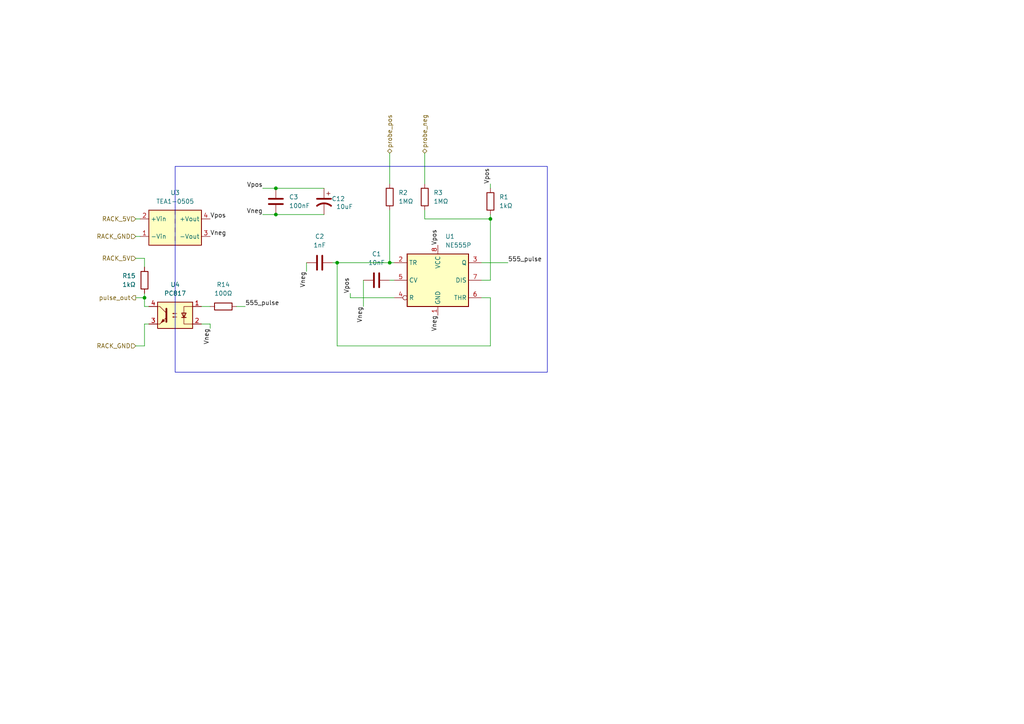
<source format=kicad_sch>
(kicad_sch (version 20250114) (generator "eeschema") (generator_version "9.0")
  (paper "A4")
  (title_block (title "Biodata") (date "2025-08-07") (rev "v0.1") (company "Free Modular"))
  (lib_symbols
    (symbol "Converter_DCDC:TEA1-0505"
      (property "Reference" "U" (at -7.62 6.35 0))
      (property "Value" "TEA1-0505" (at -2.54 6.35 0))
      (symbol "TEA1-0505_0_0"
        (pin power_in line (at -10.16 2.54 0) (length 2.54) (name "+Vin") (number "2"))
        (pin power_in line (at -10.16 -2.54 0) (length 2.54) (name "-Vin") (number "1"))
        (pin power_out line (at 10.16 2.54 180) (length 2.54) (name "+Vout") (number "4"))
        (pin power_out line (at 10.16 -2.54 180) (length 2.54) (name "-Vout") (number "3"))
      )
      (symbol "TEA1-0505_0_1"
        (rectangle (start -7.62 5.08) (end 7.62 -5.08) (stroke (width 0.254)) (fill (type background)))
        (polyline (pts (xy 0 5.08) (xy 0 3.81)))
        (polyline (pts (xy 0 2.54) (xy 0 1.27)))
        (polyline (pts (xy 0 0) (xy 0 -1.27)))
        (polyline (pts (xy 0 -2.54) (xy 0 -3.81)))
      )
    )
    (symbol "Device:C" (pin_numbers (hide yes)) (pin_names (offset 0.254))
      (property "Reference" "C" (at 0.635 2.54 0))
      (property "Value" "C" (at 0.635 -2.54 0))
      (symbol "C_0_1"
        (polyline (pts (xy -2.032 0.762) (xy 2.032 0.762)) (stroke (width 0.508)))
        (polyline (pts (xy -2.032 -0.762) (xy 2.032 -0.762)) (stroke (width 0.508)))
      )
      (symbol "C_1_1"
        (pin passive line (at 0 3.81 270) (length 2.794) (name "~") (number "1"))
        (pin passive line (at 0 -3.81 90) (length 2.794) (name "~") (number "2"))
      )
    )
    (symbol "Device:C_Polarized_US" (pin_numbers (hide yes)) (pin_names (offset 0.254) (hide yes))
      (property "Reference" "C" (at 0.635 2.54 0))
      (property "Value" "C_Polarized_US" (at 0.635 -2.54 0))
      (symbol "C_Polarized_US_0_1"
        (polyline (pts (xy -2.032 0.762) (xy 2.032 0.762)) (stroke (width 0.508)))
        (polyline (pts (xy -1.778 2.286) (xy -0.762 2.286)))
        (polyline (pts (xy -1.27 1.778) (xy -1.27 2.794)))
        (arc (start -2.032 -1.27) (mid 0 -0.5572) (end 2.032 -1.27) (stroke (width 0.508)))
      )
      (symbol "C_Polarized_US_1_1"
        (pin passive line (at 0 3.81 270) (length 2.794) (name "~") (number "1"))
        (pin passive line (at 0 -3.81 90) (length 3.302) (name "~") (number "2"))
      )
    )
    (symbol "Device:R" (pin_numbers (hide yes)) (pin_names (offset 0))
      (property "Reference" "R" (at 2.032 0 90))
      (property "Value" "R" (at 0 0 90))
      (symbol "R_0_1"
        (rectangle (start -1.016 -2.54) (end 1.016 2.54) (stroke (width 0.254)))
      )
      (symbol "R_1_1"
        (pin passive line (at 0 3.81 270) (length 1.27) (name "~") (number "1"))
        (pin passive line (at 0 -3.81 90) (length 1.27) (name "~") (number "2"))
      )
    )
    (symbol "Isolator:PC817" (pin_names (offset 1.016))
      (property "Reference" "U" (at -5.08 5.08 0))
      (property "Value" "PC817" (at 0 5.08 0))
      (symbol "PC817_0_1"
        (rectangle (start -5.08 3.81) (end 5.08 -3.81) (stroke (width 0.254)) (fill (type background)))
        (polyline (pts (xy -5.08 2.54) (xy -2.54 2.54) (xy -2.54 -0.635)))
        (polyline (pts (xy -3.175 -0.635) (xy -1.905 -0.635)) (stroke (width 0.254)))
        (polyline (pts (xy -2.54 -0.635) (xy -2.54 -2.54) (xy -5.08 -2.54)))
        (polyline (pts (xy -2.54 -0.635) (xy -3.175 0.635) (xy -1.905 0.635) (xy -2.54 -0.635)) (stroke (width 0.254)))
        (polyline (pts (xy -0.508 0.508) (xy 0.762 0.508) (xy 0.381 0.381) (xy 0.381 0.635) (xy 0.762 0.508)))
        (polyline (pts (xy -0.508 -0.508) (xy 0.762 -0.508) (xy 0.381 -0.635) (xy 0.381 -0.381) (xy 0.762 -0.508)))
        (polyline (pts (xy 2.54 1.905) (xy 2.54 -1.905)) (stroke (width 0.508)))
        (polyline (pts (xy 2.54 0.635) (xy 4.445 2.54)))
        (polyline (pts (xy 3.048 -1.651) (xy 3.556 -1.143) (xy 4.064 -2.159) (xy 3.048 -1.651)) (fill (type outline)))
        (polyline (pts (xy 4.445 2.54) (xy 5.08 2.54)))
        (polyline (pts (xy 4.445 -2.54) (xy 2.54 -0.635)) (fill (type outline)))
        (polyline (pts (xy 4.445 -2.54) (xy 5.08 -2.54)))
      )
      (symbol "PC817_1_1"
        (pin passive line (at -7.62 2.54 0) (length 2.54) (name "~") (number "1"))
        (pin passive line (at -7.62 -2.54 0) (length 2.54) (name "~") (number "2"))
        (pin passive line (at 7.62 2.54 180) (length 2.54) (name "~") (number "4"))
        (pin passive line (at 7.62 -2.54 180) (length 2.54) (name "~") (number "3"))
      )
    )
    (symbol "Timer:NE555P"
      (property "Reference" "U" (at -10.16 8.89 0))
      (property "Value" "NE555P" (at 2.54 8.89 0))
      (symbol "NE555P_0_0"
        (pin power_in line (at 0 10.16 270) (length 2.54) (name "VCC") (number "8"))
        (pin power_in line (at 0 -10.16 90) (length 2.54) (name "GND") (number "1"))
      )
      (symbol "NE555P_0_1"
        (rectangle (start -8.89 -7.62) (end 8.89 7.62) (stroke (width 0.254)) (fill (type background)))
        (rectangle (start -8.89 -7.62) (end 8.89 7.62) (stroke (width 0.254)) (fill (type background)))
      )
      (symbol "NE555P_1_1"
        (pin input line (at -12.7 5.08 0) (length 3.81) (name "TR") (number "2"))
        (pin input line (at -12.7 0 0) (length 3.81) (name "CV") (number "5"))
        (pin input inverted (at -12.7 -5.08 0) (length 3.81) (name "R") (number "4"))
        (pin output line (at 12.7 5.08 180) (length 3.81) (name "Q") (number "3"))
        (pin input line (at 12.7 0 180) (length 3.81) (name "DIS") (number "7"))
        (pin input line (at 12.7 -5.08 180) (length 3.81) (name "THR") (number "6"))
      )
    )
  )
  (rectangle (start 50.8 48.26) (end 158.75 107.95))
  (junction (at 80.01 62.23))
  (junction (at 41.91 86.36))
  (junction (at 97.79 76.2))
  (junction (at 80.01 54.61))
  (junction (at 113.03 76.2))
  (junction (at 142.24 63.5))
  (wire (pts (xy 139.7 81.28) (xy 142.24 81.28)))
  (wire (pts (xy 41.91 77.47) (xy 41.91 74.93)))
  (wire (pts (xy 39.37 68.58) (xy 40.64 68.58)))
  (wire (pts (xy 142.24 53.34) (xy 142.24 54.61)))
  (wire (pts (xy 113.03 44.45) (xy 113.03 53.34)))
  (wire (pts (xy 96.52 76.2) (xy 97.79 76.2)))
  (wire (pts (xy 71.12 88.9) (xy 68.58 88.9)))
  (wire (pts (xy 142.24 86.36) (xy 139.7 86.36)))
  (wire (pts (xy 97.79 100.33) (xy 142.24 100.33)))
  (wire (pts (xy 76.2 54.61) (xy 80.01 54.61)))
  (wire (pts (xy 113.03 60.96) (xy 113.03 76.2)))
  (wire (pts (xy 142.24 62.23) (xy 142.24 63.5)))
  (wire (pts (xy 113.03 81.28) (xy 114.3 81.28)))
  (wire (pts (xy 60.96 88.9) (xy 58.42 88.9)))
  (wire (pts (xy 142.24 100.33) (xy 142.24 86.36)))
  (wire (pts (xy 39.37 63.5) (xy 40.64 63.5)))
  (wire (pts (xy 88.9 76.2) (xy 88.9 78.74)))
  (wire (pts (xy 80.01 62.23) (xy 93.98 62.23)))
  (wire (pts (xy 41.91 88.9) (xy 43.18 88.9)))
  (wire (pts (xy 60.96 93.98) (xy 58.42 93.98)))
  (wire (pts (xy 41.91 86.36) (xy 41.91 88.9)))
  (wire (pts (xy 39.37 86.36) (xy 41.91 86.36)))
  (wire (pts (xy 41.91 85.09) (xy 41.91 86.36)))
  (wire (pts (xy 97.79 76.2) (xy 97.79 100.33)))
  (wire (pts (xy 123.19 63.5) (xy 142.24 63.5)))
  (wire (pts (xy 41.91 93.98) (xy 43.18 93.98)))
  (wire (pts (xy 123.19 44.45) (xy 123.19 53.34)))
  (wire (pts (xy 105.41 81.28) (xy 105.41 88.9)))
  (wire (pts (xy 101.6 85.09) (xy 101.6 86.36)))
  (wire (pts (xy 41.91 74.93) (xy 39.37 74.93)))
  (wire (pts (xy 113.03 76.2) (xy 97.79 76.2)))
  (wire (pts (xy 123.19 60.96) (xy 123.19 63.5)))
  (wire (pts (xy 60.96 93.98) (xy 60.96 95.25)))
  (wire (pts (xy 114.3 76.2) (xy 113.03 76.2)))
  (wire (pts (xy 41.91 100.33) (xy 41.91 93.98)))
  (wire (pts (xy 76.2 62.23) (xy 80.01 62.23)))
  (wire (pts (xy 114.3 86.36) (xy 101.6 86.36)))
  (wire (pts (xy 39.37 100.33) (xy 41.91 100.33)))
  (wire (pts (xy 139.7 76.2) (xy 147.32 76.2)))
  (wire (pts (xy 80.01 54.61) (xy 93.98 54.61)))
  (wire (pts (xy 142.24 63.5) (xy 142.24 81.28)))
  (label "555_pulse" (at 147.32 76.2 0))
  (label "Vpos" (at 76.2 54.61 180))
  (label "Vneg" (at 76.2 62.23 180))
  (label "Vpos" (at 60.96 63.5 0))
  (label "Vneg" (at 127 91.44 270))
  (label "555_pulse" (at 71.12 88.9 0))
  (label "Vneg" (at 60.96 95.25 270))
  (label "Vneg" (at 60.96 68.58 0))
  (label "Vpos" (at 101.6 85.09 90))
  (label "Vneg" (at 105.41 88.9 270))
  (label "Vpos" (at 127 71.12 90))
  (label "Vneg" (at 88.9 78.74 270))
  (label "Vpos" (at 142.24 53.34 90))
  (hierarchical_label "RACK_5V" (shape input) (at 39.37 63.5 180))
  (hierarchical_label "pulse_out" (shape output) (at 39.37 86.36 180))
  (hierarchical_label "RACK_GND" (shape input) (at 39.37 68.58 180))
  (hierarchical_label "probe_pos" (shape bidirectional) (at 113.03 44.45 90))
  (hierarchical_label "RACK_GND" (shape input) (at 39.37 100.33 180))
  (hierarchical_label "RACK_5V" (shape input) (at 39.37 74.93 180))
  (hierarchical_label "probe_neg" (shape bidirectional) (at 123.19 44.45 90))
  (symbol (lib_id "Device:R") (at 142.24 58.42 0) (unit 1)
    (property "Reference" "R1" (at 144.78 57.1499 0) (effects (justify left)))
    (property "Value" "1kΩ" (at 144.78 59.6899 0) (effects (justify left)))
    (property "Footprint" "Resistor_THT:R_Axial_DIN0207_L6.3mm_D2.5mm_P10.16mm_Horizontal" (effects (hide yes)))
    (property "Description" "Resistor" (effects (hide yes)))
  )
  (symbol (lib_id "Timer:NE555P") (at 127 81.28 0) (unit 1)
    (property "Reference" "U1" (at 129.1433 68.58 0) (effects (justify left)))
    (property "Value" "NE555P" (at 129.1433 71.12 0) (effects (justify left)))
    (property "Footprint" "Package_DIP:DIP-8_W7.62mm" (effects (hide yes)))
    (property "Datasheet" "http://www.ti.com/lit/ds/symlink/ne555.pdf" (effects (hide yes)))
    (property "Description" "Precision Timers, 555 compatible,  PDIP-8" (effects (hide yes)))
  )
  (symbol (lib_id "Converter_DCDC:TEA1-0505") (at 50.8 66.04 0) (unit 1)
    (property "Reference" "U3" (at 50.8 55.88 0))
    (property "Value" "TEA1-0505" (at 50.8 58.42 0))
    (property "Footprint" "Converter_DCDC:Converter_DCDC_TRACO_TEA1-xxxx_THT" (effects (hide yes)))
    (property "Datasheet" "https://www.tracopower.com/products/tea1.pdf" (effects (hide yes)))
    (property "Description" "1W DC/DC converter unregulated, 4.5-5.5V input, 5V output voltage, 200mA output, 1.5kVDC isolation, SIP-4" (effects (hide yes)))
  )
  (symbol (lib_id "Isolator:PC817") (at 50.8 91.44 0) (mirror y) (unit 1)
    (property "Reference" "U4" (at 50.8 82.55 0))
    (property "Value" "PC817" (at 50.8 85.09 0))
    (property "Footprint" "Package_DIP:DIP-4_W7.62mm" (effects (hide yes)))
    (property "Datasheet" "http://www.soselectronic.cz/a_info/resource/d/pc817.pdf" (effects (hide yes)))
    (property "Description" "DC Optocoupler, Vce 35V, CTR 50-300%, DIP-4" (effects (hide yes)))
  )
  (symbol (lib_id "Device:C") (at 80.01 58.42 180) (unit 1)
    (property "Reference" "C3" (at 83.82 57.1499 0) (effects (justify right)))
    (property "Value" "100nF" (at 83.82 59.6899 0) (effects (justify right)))
    (property "Footprint" "Capacitor_THT:C_Disc_D4.7mm_W2.5mm_P5.00mm" (effects (hide yes)))
    (property "Description" "Unpolarized capacitor" (effects (hide yes)))
  )
  (symbol (lib_id "Device:R") (at 64.77 88.9 90) (unit 1)
    (property "Reference" "R14" (at 64.77 82.55 90))
    (property "Value" "100Ω" (at 64.77 85.09 90))
    (property "Footprint" "Resistor_THT:R_Axial_DIN0207_L6.3mm_D2.5mm_P10.16mm_Horizontal" (effects (hide yes)))
    (property "Description" "Resistor" (effects (hide yes)))
  )
  (symbol (lib_id "Device:C_Polarized_US") (at 93.98 58.42 0) (mirror y) (unit 1)
    (property "Reference" "C12" (at 100.076 57.658 0) (effects (justify left)))
    (property "Value" "10uF" (at 102.362 59.944 0) (effects (justify left)))
    (property "Footprint" "Capacitor_THT:CP_Radial_D4.0mm_P1.50mm" (effects (hide yes)))
    (property "Description" "Polarized capacitor, US symbol" (effects (hide yes)))
  )
  (symbol (lib_id "Device:R") (at 113.03 57.15 0) (unit 1)
    (property "Reference" "R2" (at 115.57 55.8799 0) (effects (justify left)))
    (property "Value" "1MΩ" (at 115.57 58.4199 0) (effects (justify left)))
    (property "Footprint" "Resistor_THT:R_Axial_DIN0207_L6.3mm_D2.5mm_P10.16mm_Horizontal" (effects (hide yes)))
    (property "Description" "Resistor" (effects (hide yes)))
  )
  (symbol (lib_id "Device:C") (at 109.22 81.28 90) (unit 1)
    (property "Reference" "C1" (at 109.22 73.66 90))
    (property "Value" "10nF" (at 109.22 76.2 90))
    (property "Footprint" "Capacitor_THT:C_Disc_D4.7mm_W2.5mm_P5.00mm" (effects (hide yes)))
    (property "Description" "Unpolarized capacitor" (effects (hide yes)))
  )
  (symbol (lib_id "Device:C") (at 92.71 76.2 90) (unit 1)
    (property "Reference" "C2" (at 92.71 68.58 90))
    (property "Value" "1nF" (at 92.71 71.12 90))
    (property "Footprint" "Capacitor_THT:C_Disc_D4.7mm_W2.5mm_P5.00mm" (effects (hide yes)))
    (property "Description" "Unpolarized capacitor" (effects (hide yes)))
  )
  (symbol (lib_id "Device:R") (at 123.19 57.15 0) (unit 1)
    (property "Reference" "R3" (at 125.73 55.8799 0) (effects (justify left)))
    (property "Value" "1MΩ" (at 125.73 58.4199 0) (effects (justify left)))
    (property "Footprint" "Resistor_THT:R_Axial_DIN0207_L6.3mm_D2.5mm_P10.16mm_Horizontal" (effects (hide yes)))
    (property "Description" "Resistor" (effects (hide yes)))
  )
  (symbol (lib_id "Device:R") (at 41.91 81.28 0) (mirror x) (unit 1)
    (property "Reference" "R15" (at 39.37 80.0099 0) (effects (justify right)))
    (property "Value" "1kΩ" (at 39.37 82.5499 0) (effects (justify right)))
    (property "Footprint" "Resistor_THT:R_Axial_DIN0207_L6.3mm_D2.5mm_P10.16mm_Horizontal" (effects (hide yes)))
    (property "Description" "Resistor" (effects (hide yes)))
  )
)
</source>
